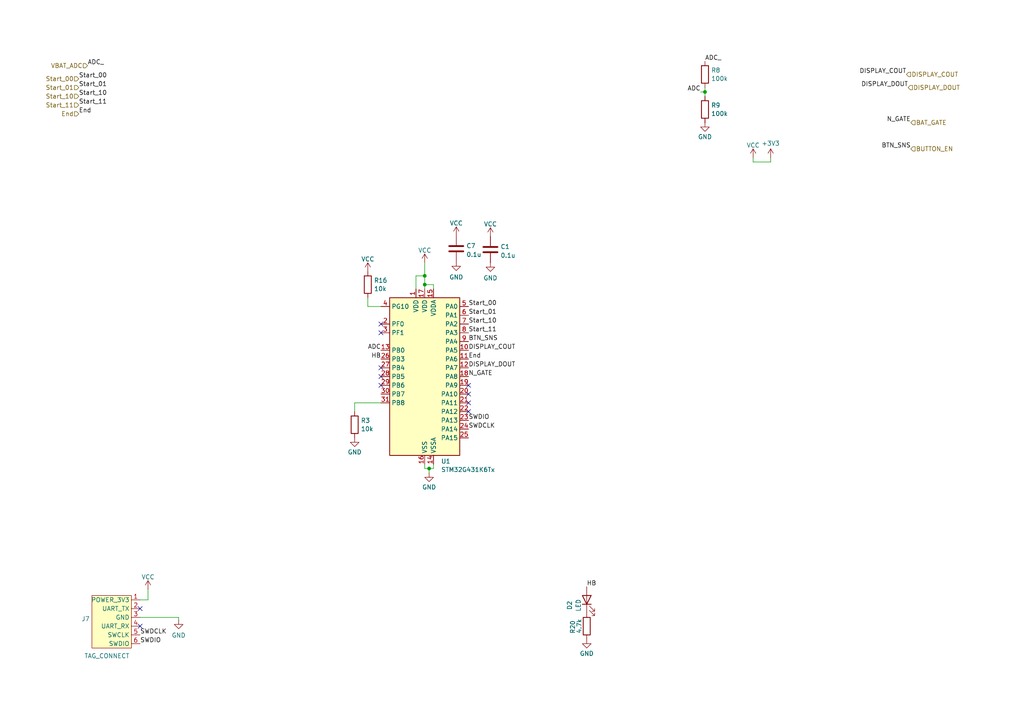
<source format=kicad_sch>
(kicad_sch (version 20250114) (generator "eeschema") (generator_version "9.0")
  (paper "A4")
  (lib_symbols
    (symbol "ACTempDisconnect:TAG_CONNECT" (in_bom no)
      (property "Reference" "J" (at -7.62 10.16 0))
      (property "Value" "TAG_CONNECT" (at 2.54 10.16 0))
      (symbol "TAG_CONNECT_0_1"
        (rectangle (start 0 7.62) (end -11.43 -7.62) (fill (type background)))
      )
      (symbol "TAG_CONNECT_1_1"
        (pin output line (at 2.54 6.35 180) (length 2.54) (name "SWDIO") (number "6"))
        (pin output line (at 2.54 3.81 180) (length 2.54) (name "SWCLK") (number "5"))
        (pin output line (at 2.54 1.27 180) (length 2.54) (name "UART_RX") (number "4"))
        (pin power_out line (at 2.54 -1.27 180) (length 2.54) (name "GND") (number "3"))
        (pin output line (at 2.54 -3.81 180) (length 2.54) (name "UART_TX") (number "2"))
        (pin power_out line (at 2.54 -6.35 180) (length 2.54) (name "POWER_3V3") (number "1"))
      )
    )
    (symbol "Device:C" (pin_numbers (hide yes)) (pin_names (offset 0.254))
      (property "Reference" "C" (at 0.635 2.54 0))
      (property "Value" "C" (at 0.635 -2.54 0))
      (symbol "C_0_1"
        (polyline (pts (xy -2.032 0.762) (xy 2.032 0.762)) (stroke (width 0.508)))
        (polyline (pts (xy -2.032 -0.762) (xy 2.032 -0.762)) (stroke (width 0.508)))
      )
      (symbol "C_1_1"
        (pin passive line (at 0 3.81 270) (length 2.794) (name "~") (number "1"))
        (pin passive line (at 0 -3.81 90) (length 2.794) (name "~") (number "2"))
      )
    )
    (symbol "Device:LED" (pin_numbers (hide yes)) (pin_names (offset 1.016) (hide yes))
      (property "Reference" "D" (at 0 2.54 0))
      (property "Value" "LED" (at 0 -2.54 0))
      (symbol "LED_0_1"
        (polyline (pts (xy -3.048 -0.762) (xy -4.572 -2.286) (xy -3.81 -2.286) (xy -4.572 -2.286) (xy -4.572 -1.524)))
        (polyline (pts (xy -1.778 -0.762) (xy -3.302 -2.286) (xy -2.54 -2.286) (xy -3.302 -2.286) (xy -3.302 -1.524)))
        (polyline (pts (xy -1.27 0) (xy 1.27 0)))
        (polyline (pts (xy -1.27 -1.27) (xy -1.27 1.27)) (stroke (width 0.254)))
        (polyline (pts (xy 1.27 -1.27) (xy 1.27 1.27) (xy -1.27 0) (xy 1.27 -1.27)) (stroke (width 0.254)))
      )
      (symbol "LED_1_1"
        (pin passive line (at -3.81 0 0) (length 2.54) (name "K") (number "1"))
        (pin passive line (at 3.81 0 180) (length 2.54) (name "A") (number "2"))
      )
    )
    (symbol "Device:R" (pin_numbers (hide yes)) (pin_names (offset 0))
      (property "Reference" "R" (at 2.032 0 90))
      (property "Value" "R" (at 0 0 90))
      (symbol "R_0_1"
        (rectangle (start -1.016 -2.54) (end 1.016 2.54) (stroke (width 0.254)))
      )
      (symbol "R_1_1"
        (pin passive line (at 0 3.81 270) (length 1.27) (name "~") (number "1"))
        (pin passive line (at 0 -3.81 90) (length 1.27) (name "~") (number "2"))
      )
    )
    (symbol "GND_2" (power) (pin_numbers (hide yes)) (pin_names (offset 0) (hide yes))
      (property "Value" "GND" (at 0 -3.81 0))
      (symbol "GND_2_0_1"
        (polyline (pts (xy 0 0) (xy 0 -1.27) (xy 1.27 -1.27) (xy 0 -2.54) (xy -1.27 -1.27) (xy 0 -1.27)))
      )
      (symbol "GND_2_1_1"
        (pin power_in line (at 0 0 270) (length 0) (name "~") (number "1"))
      )
    )
    (symbol "GND_3" (power) (pin_numbers (hide yes)) (pin_names (offset 0) (hide yes))
      (property "Value" "GND" (at 0 -3.81 0))
      (symbol "GND_3_0_1"
        (polyline (pts (xy 0 0) (xy 0 -1.27) (xy 1.27 -1.27) (xy 0 -2.54) (xy -1.27 -1.27) (xy 0 -1.27)))
      )
      (symbol "GND_3_1_1"
        (pin power_in line (at 0 0 270) (length 0) (name "~") (number "1"))
      )
    )
    (symbol "MCU_ST_STM32G4:STM32G431K6Tx"
      (property "Reference" "U" (at -10.16 24.13 0))
      (property "Value" "STM32G431K6Tx" (at 5.08 24.13 0))
      (symbol "STM32G431K6Tx_0_1"
        (rectangle (start -10.16 -22.86) (end 10.16 22.86) (stroke (width 0.254)) (fill (type background)))
      )
      (symbol "STM32G431K6Tx_1_1"
        (pin bidirectional line (at -12.7 20.32 0) (length 2.54) (name "PG10") (number "4"))
        (pin bidirectional line (at -12.7 15.24 0) (length 2.54) (name "PF0") (number "2"))
        (pin bidirectional line (at -12.7 12.7 0) (length 2.54) (name "PF1") (number "3"))
        (pin bidirectional line (at -12.7 7.62 0) (length 2.54) (name "PB0") (number "13"))
        (pin bidirectional line (at -12.7 5.08 0) (length 2.54) (name "PB3") (number "26"))
        (pin bidirectional line (at -12.7 2.54 0) (length 2.54) (name "PB4") (number "27"))
        (pin bidirectional line (at -12.7 0 0) (length 2.54) (name "PB5") (number "28"))
        (pin bidirectional line (at -12.7 -2.54 0) (length 2.54) (name "PB6") (number "29"))
        (pin bidirectional line (at -12.7 -5.08 0) (length 2.54) (name "PB7") (number "30"))
        (pin bidirectional line (at -12.7 -7.62 0) (length 2.54) (name "PB8") (number "31"))
        (pin power_in line (at -2.54 25.4 270) (length 2.54) (name "VDD") (number "1"))
        (pin power_in line (at 0 25.4 270) (length 2.54) (name "VDD") (number "17"))
        (pin power_in line (at 0 -25.4 90) (length 2.54) (name "VSS") (number "16"))
        (pin passive line (at 0 -25.4 90) (length 2.54) (hide yes) (name "VSS") (number "32"))
        (pin power_in line (at 2.54 25.4 270) (length 2.54) (name "VDDA") (number "15"))
        (pin power_in line (at 2.54 -25.4 90) (length 2.54) (name "VSSA") (number "14"))
        (pin bidirectional line (at 12.7 20.32 180) (length 2.54) (name "PA0") (number "5"))
        (pin bidirectional line (at 12.7 17.78 180) (length 2.54) (name "PA1") (number "6"))
        (pin bidirectional line (at 12.7 15.24 180) (length 2.54) (name "PA2") (number "7"))
        (pin bidirectional line (at 12.7 12.7 180) (length 2.54) (name "PA3") (number "8"))
        (pin bidirectional line (at 12.7 10.16 180) (length 2.54) (name "PA4") (number "9"))
        (pin bidirectional line (at 12.7 7.62 180) (length 2.54) (name "PA5") (number "10"))
        (pin bidirectional line (at 12.7 5.08 180) (length 2.54) (name "PA6") (number "11"))
        (pin bidirectional line (at 12.7 2.54 180) (length 2.54) (name "PA7") (number "12"))
        (pin bidirectional line (at 12.7 0 180) (length 2.54) (name "PA8") (number "18"))
        (pin bidirectional line (at 12.7 -2.54 180) (length 2.54) (name "PA9") (number "19"))
        (pin bidirectional line (at 12.7 -5.08 180) (length 2.54) (name "PA10") (number "20"))
        (pin bidirectional line (at 12.7 -7.62 180) (length 2.54) (name "PA11") (number "21"))
        (pin bidirectional line (at 12.7 -10.16 180) (length 2.54) (name "PA12") (number "22"))
        (pin bidirectional line (at 12.7 -12.7 180) (length 2.54) (name "PA13") (number "23"))
        (pin bidirectional line (at 12.7 -15.24 180) (length 2.54) (name "PA14") (number "24"))
        (pin bidirectional line (at 12.7 -17.78 180) (length 2.54) (name "PA15") (number "25"))
      )
    )
    (symbol "power:+3V3" (power) (pin_numbers (hide yes)) (pin_names (offset 0) (hide yes))
      (property "Value" "+3V3" (at 0 3.556 0))
      (symbol "+3V3_0_1"
        (polyline (pts (xy -0.762 1.27) (xy 0 2.54)))
        (polyline (pts (xy 0 2.54) (xy 0.762 1.27)))
        (polyline (pts (xy 0 0) (xy 0 2.54)))
      )
      (symbol "+3V3_1_1"
        (pin power_in line (at 0 0 90) (length 0) (name "~") (number "1"))
      )
    )
    (symbol "power:GND" (power) (pin_names (offset 0))
      (property "Value" "GND" (at 0 -3.81 0))
      (symbol "GND_0_1"
        (polyline (pts (xy 0 0) (xy 0 -1.27) (xy 1.27 -1.27) (xy 0 -2.54) (xy -1.27 -1.27) (xy 0 -1.27)))
      )
      (symbol "GND_1_1"
        (pin power_in line (at 0 0 270) (length 0) (hide yes) (name "GND") (number "1"))
      )
    )
    (symbol "power:VCC" (power) (pin_names (offset 0))
      (property "Value" "VCC" (at 0 3.81 0))
      (symbol "VCC_0_1"
        (polyline (pts (xy -0.762 1.27) (xy 0 2.54)))
        (polyline (pts (xy 0 2.54) (xy 0.762 1.27)))
        (polyline (pts (xy 0 0) (xy 0 2.54)))
      )
      (symbol "VCC_1_1"
        (pin power_in line (at 0 0 90) (length 0) (hide yes) (name "VCC") (number "1"))
      )
    )
  )
  (junction (at 124.46 135.89))
  (junction (at 123.19 82.55))
  (junction (at 123.19 80.01))
  (junction (at 204.47 26.67))
  (no_connect (at 135.89 111.76))
  (no_connect (at 110.49 106.68))
  (no_connect (at 135.89 114.3))
  (no_connect (at 110.49 109.22))
  (no_connect (at 110.49 96.52))
  (no_connect (at 110.49 111.76))
  (no_connect (at 40.64 176.53))
  (no_connect (at 110.49 93.98))
  (no_connect (at 135.89 119.38))
  (no_connect (at 40.64 181.61))
  (no_connect (at 135.89 116.84))
  (wire (pts (xy 123.19 135.89) (xy 124.46 135.89)))
  (wire (pts (xy 102.87 116.84) (xy 110.49 116.84)))
  (wire (pts (xy 102.87 119.38) (xy 102.87 116.84)))
  (wire (pts (xy 40.64 173.99) (xy 42.926 173.99)))
  (wire (pts (xy 204.47 26.67) (xy 204.47 25.4)))
  (wire (pts (xy 106.68 86.36) (xy 106.68 88.9)))
  (wire (pts (xy 40.64 179.07) (xy 51.816 179.07)))
  (wire (pts (xy 123.19 134.62) (xy 123.19 135.89)))
  (wire (pts (xy 124.46 135.89) (xy 125.73 135.89)))
  (wire (pts (xy 120.65 80.01) (xy 123.19 80.01)))
  (wire (pts (xy 125.73 82.55) (xy 125.73 83.82)))
  (wire (pts (xy 218.44 46.99) (xy 223.52 46.99)))
  (wire (pts (xy 223.52 46.99) (xy 223.52 45.72)))
  (wire (pts (xy 123.19 82.55) (xy 125.73 82.55)))
  (wire (pts (xy 42.926 173.99) (xy 42.926 170.942)))
  (wire (pts (xy 204.47 26.67) (xy 204.47 27.94)))
  (wire (pts (xy 125.73 135.89) (xy 125.73 134.62)))
  (wire (pts (xy 120.65 83.82) (xy 120.65 80.01)))
  (wire (pts (xy 123.19 82.55) (xy 123.19 83.82)))
  (wire (pts (xy 123.19 80.01) (xy 123.19 82.55)))
  (wire (pts (xy 106.68 88.9) (xy 110.49 88.9)))
  (wire (pts (xy 124.46 135.89) (xy 124.46 137.16)))
  (wire (pts (xy 218.44 45.72) (xy 218.44 46.99)))
  (wire (pts (xy 123.19 76.2) (xy 123.19 80.01)))
  (wire (pts (xy 51.816 179.07) (xy 51.816 179.832)))
  (wire (pts (xy 203.2 26.67) (xy 204.47 26.67)))
  (label "End" (at 22.86 33.02 0))
  (label "Start_11" (at 22.86 30.48 0))
  (label "ADC" (at 203.2 26.67 180))
  (label "BTN_SNS" (at 264.16 43.18 180))
  (label "SWDIO" (at 135.89 121.92 0))
  (label "Start_11" (at 135.89 96.52 0))
  (label "DISPLAY_DOUT" (at 135.89 106.68 0))
  (label "SWDCLK" (at 135.89 124.46 0))
  (label "Start_00" (at 135.89 88.9 0))
  (label "DISPLAY_COUT" (at 262.89 21.59 180))
  (label "HB" (at 110.49 104.14 180))
  (label "SWDIO" (at 40.64 186.69 0))
  (label "DISPLAY_DOUT" (at 263.398 25.4 180))
  (label "ADC" (at 110.49 101.6 180))
  (label "HB" (at 170.18 170.18 0))
  (label "N_GATE" (at 264.16 35.56 180))
  (label "End" (at 135.89 104.14 0))
  (label "Start_00" (at 22.86 22.86 0))
  (label "ADC_" (at 204.47 17.78 0))
  (label "BTN_SNS" (at 135.89 99.06 0))
  (label "Start_01" (at 135.89 91.44 0))
  (label "ADC_" (at 25.4 19.05 0))
  (label "Start_10" (at 135.89 93.98 0))
  (label "DISPLAY_COUT" (at 135.89 101.6 0))
  (label "SWDCLK" (at 40.64 184.15 0))
  (label "N_GATE" (at 135.89 109.22 0))
  (label "Start_10" (at 22.86 27.94 0))
  (label "Start_01" (at 22.86 25.4 0))
  (hierarchical_label "BUTTON_EN" (shape input) (at 264.16 43.18 0))
  (hierarchical_label "DISPLAY_COUT" (shape input) (at 262.89 21.59 0))
  (hierarchical_label "BAT_GATE" (shape input) (at 264.16 35.56 0))
  (hierarchical_label "VBAT_ADC" (shape input) (at 25.4 19.05 180))
  (hierarchical_label "Start_00" (shape input) (at 22.86 22.86 180))
  (hierarchical_label "DISPLAY_DOUT" (shape input) (at 263.398 25.4 0))
  (hierarchical_label "Start_10" (shape input) (at 22.86 27.94 180))
  (hierarchical_label "Start_11" (shape input) (at 22.86 30.48 180))
  (hierarchical_label "Start_01" (shape input) (at 22.86 25.4 180))
  (hierarchical_label "End" (shape input) (at 22.86 33.02 180))
  (symbol (lib_id "Device:R") (at 204.47 21.59 0) (unit 1)
    (property "Reference" "R8" (at 206.248 20.3778 0) (effects (justify left)))
    (property "Value" "100k" (at 206.248 22.8021 0) (effects (justify left)))
    (property "Footprint" "Resistor_SMD:R_0402_1005Metric" (effects (hide yes)))
  )
  (symbol (lib_id "power:VCC") (at 106.68 78.74 0) (unit 1)
    (property "Reference" "#PWR031" (effects (hide yes)))
    (property "Value" "VCC" (at 106.68 75.1642 0))
  )
  (symbol (lib_id "Device:R") (at 170.18 181.61 180) (unit 1)
    (property "Reference" "R20" (at 166.116 181.864 90))
    (property "Value" "4.7k" (at 168.0011 181.61 90))
    (property "Footprint" "Resistor_SMD:R_0402_1005Metric" (effects (hide yes)))
  )
  (symbol (lib_id "power:VCC") (at 123.19 76.2 0) (unit 1)
    (property "Reference" "#PWR032" (effects (hide yes)))
    (property "Value" "VCC" (at 123.19 72.6242 0))
  )
  (symbol (lib_name "GND_3") (lib_id "power:GND") (at 170.18 185.42 0) (unit 1)
    (property "Reference" "#PWR069" (effects (hide yes)))
    (property "Value" "GND" (at 170.18 189.5531 0))
    (property "Description" "Power symbol creates a global label with name \"GND\" , ground" (effects (hide yes)))
  )
  (symbol (lib_name "GND_2") (lib_id "power:GND") (at 204.47 35.56 0) (unit 1)
    (property "Reference" "#PWR027" (effects (hide yes)))
    (property "Value" "GND" (at 204.47 39.6931 0))
    (property "Description" "Power symbol creates a global label with name \"GND\" , ground" (effects (hide yes)))
  )
  (symbol (lib_id "power:VCC") (at 42.926 170.942 0) (unit 1)
    (property "Reference" "#PWR0114" (effects (hide yes)))
    (property "Value" "VCC" (at 42.926 167.3662 0))
  )
  (symbol (lib_id "power:GND") (at 142.24 76.2 0) (unit 1)
    (property "Reference" "#PWR0119" (effects (hide yes)))
    (property "Value" "GND" (at 142.24 80.6434 0))
  )
  (symbol (lib_id "power:VCC") (at 218.44 45.72 0) (unit 1)
    (property "Reference" "#PWR067" (effects (hide yes)))
    (property "Value" "VCC" (at 218.44 42.1442 0))
  )
  (symbol (lib_id "Device:LED") (at 170.18 173.99 90) (unit 1)
    (property "Reference" "D2" (at 165.2102 175.5775 0))
    (property "Value" "LED" (at 167.7471 175.5775 0))
    (property "Footprint" "LED_SMD:LED_0603_1608Metric" (effects (hide yes)))
  )
  (symbol (lib_id "Device:R") (at 106.68 82.55 0) (unit 1)
    (property "Reference" "R16" (at 108.458 81.3378 0) (effects (justify left)))
    (property "Value" "10k" (at 108.458 83.7621 0) (effects (justify left)))
    (property "Footprint" "Resistor_SMD:R_0402_1005Metric" (effects (hide yes)))
    (property "Description" "Resistor" (effects (hide yes)))
  )
  (symbol (lib_id "MCU_ST_STM32G4:STM32G431K6Tx") (at 123.19 109.22 0) (unit 1)
    (property "Reference" "U1" (at 127.9241 133.8001 0) (effects (justify left)))
    (property "Value" "STM32G431K6Tx" (at 127.9241 136.2244 0) (effects (justify left)))
    (property "Footprint" "Package_QFP:LQFP-32_7x7mm_P0.8mm" (effects (hide yes)))
    (property "Datasheet" "https://www.st.com/resource/en/datasheet/stm32g431k6.pdf" (effects (hide yes)))
    (property "Description" "STMicroelectronics Arm Cortex-M4 MCU, 32KB flash, 32KB RAM, 170 MHz, 1.71-3.6V, 26 GPIO, LQFP32" (effects (hide yes)))
  )
  (symbol (lib_id "Device:C") (at 132.334 72.136 0) (unit 1)
    (property "Reference" "C7" (at 135.255 71.3013 0) (effects (justify left)))
    (property "Value" "0.1u" (at 135.255 73.8382 0) (effects (justify left)))
    (property "Footprint" "Capacitor_SMD:C_0402_1005Metric" (effects (hide yes)))
  )
  (symbol (lib_id "ACTempDisconnect:TAG_CONNECT") (at 38.1 180.34 0) (mirror x) (unit 1) (in_bom no)
    (property "Reference" "J7" (at 26.0351 179.5053 0) (effects (justify right)))
    (property "Value" "TAG_CONNECT" (at 37.592 190.246 0) (effects (justify right)))
    (property "Footprint" "Connector:Tag-Connect_TC2030-IDC-FP_2x03_P1.27mm_Vertical" (effects (hide yes)))
  )
  (symbol (lib_id "Device:R") (at 102.87 123.19 0) (unit 1)
    (property "Reference" "R3" (at 104.648 121.9778 0) (effects (justify left)))
    (property "Value" "10k" (at 104.648 124.4021 0) (effects (justify left)))
    (property "Footprint" "Resistor_SMD:R_0402_1005Metric" (effects (hide yes)))
    (property "Description" "Resistor" (effects (hide yes)))
  )
  (symbol (lib_id "power:GND") (at 124.46 137.16 0) (unit 1)
    (property "Reference" "#PWR033" (effects (hide yes)))
    (property "Value" "GND" (at 124.46 141.2931 0))
    (property "Description" "Power symbol creates a global label with name \"GND\" , ground" (effects (hide yes)))
  )
  (symbol (lib_id "power:VCC") (at 132.334 68.326 0) (unit 1)
    (property "Reference" "#PWR0124" (effects (hide yes)))
    (property "Value" "VCC" (at 132.334 64.7502 0))
  )
  (symbol (lib_id "Device:C") (at 142.24 72.39 0) (unit 1)
    (property "Reference" "C1" (at 145.161 71.5553 0) (effects (justify left)))
    (property "Value" "0.1u" (at 145.161 74.0922 0) (effects (justify left)))
    (property "Footprint" "Capacitor_SMD:C_0402_1005Metric" (effects (hide yes)))
  )
  (symbol (lib_id "power:GND") (at 51.816 179.832 0) (unit 1)
    (property "Reference" "#PWR0113" (effects (hide yes)))
    (property "Value" "GND" (at 51.816 184.2754 0))
  )
  (symbol (lib_id "power:VCC") (at 142.24 68.58 0) (unit 1)
    (property "Reference" "#PWR0118" (effects (hide yes)))
    (property "Value" "VCC" (at 142.24 65.0042 0))
  )
  (symbol (lib_id "Device:R") (at 204.47 31.75 0) (unit 1)
    (property "Reference" "R9" (at 206.248 30.5378 0) (effects (justify left)))
    (property "Value" "100k" (at 206.248 32.9621 0) (effects (justify left)))
    (property "Footprint" "Resistor_SMD:R_0402_1005Metric" (effects (hide yes)))
  )
  (symbol (lib_id "power:GND") (at 132.334 75.946 0) (unit 1)
    (property "Reference" "#PWR0123" (effects (hide yes)))
    (property "Value" "GND" (at 132.334 80.3894 0))
  )
  (symbol (lib_id "power:+3V3") (at 223.52 45.72 0) (unit 1)
    (property "Reference" "#PWR068" (effects (hide yes)))
    (property "Value" "+3V3" (at 223.52 41.5869 0))
    (property "Description" "Power symbol creates a global label with name \"+3V3\"" (effects (hide yes)))
  )
  (symbol (lib_id "power:GND") (at 102.87 127 0) (unit 1)
    (property "Reference" "#PWR09" (effects (hide yes)))
    (property "Value" "GND" (at 102.87 131.1331 0))
    (property "Description" "Power symbol creates a global label with name \"GND\" , ground" (effects (hide yes)))
  )
)
</source>
